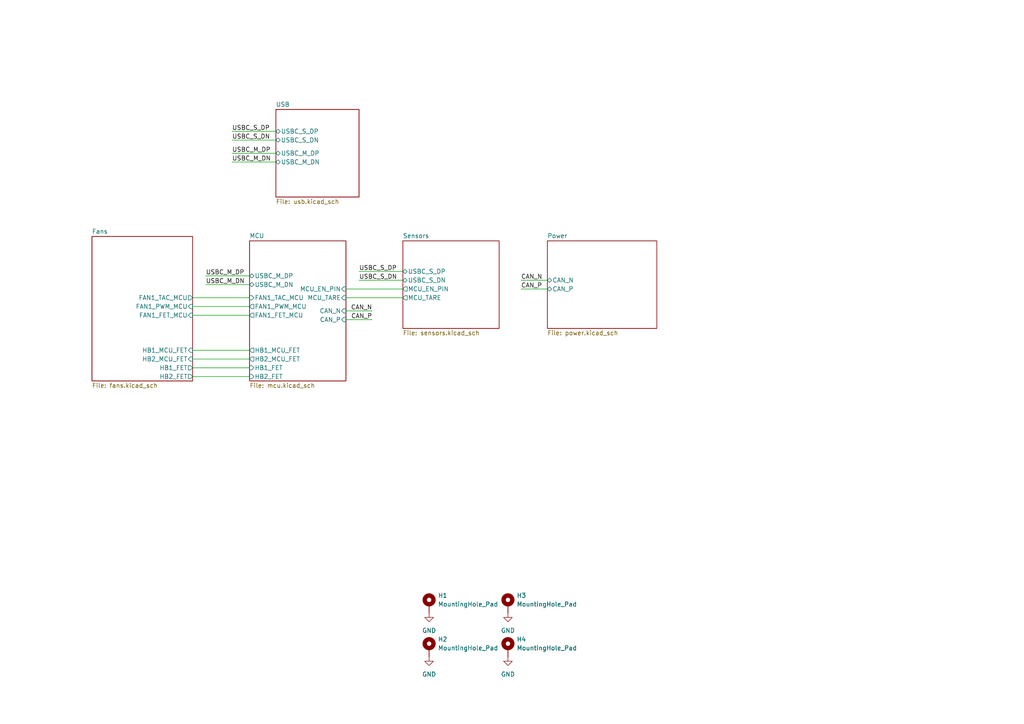
<source format=kicad_sch>
(kicad_sch (version 20231120) (generator "eeschema") (generator_version "8.0")
  (paper "A4")
  (lib_symbols
    (symbol "Mechanical:MountingHole_Pad" (pin_numbers hide) (pin_names (offset 1.016) hide)
      (property "Reference" "H" (at 0 6.35 0))
      (property "Value" "MountingHole_Pad" (at 0 4.445 0))
      (symbol "MountingHole_Pad_0_1"
        (circle (center 0 1.27) (radius 1.27) (stroke (width 1.27)))
      )
      (symbol "MountingHole_Pad_1_1"
        (pin input line (at 0 -2.54 90) (length 2.54) (name "1") (number "1"))
      )
    )
    (symbol "power:GND" (power) (pin_names (offset 0))
      (property "Value" "GND" (at 0 -3.81 0))
      (symbol "GND_0_1"
        (polyline (pts (xy 0 0) (xy 0 -1.27) (xy 1.27 -1.27) (xy 0 -2.54) (xy -1.27 -1.27) (xy 0 -1.27)))
      )
      (symbol "GND_1_1"
        (pin power_in line (at 0 0 270) (length 0) hide (name "GND") (number "1"))
      )
    )
  )
  (wire (pts (xy 100.33 86.36) (xy 116.84 86.36)))
  (wire (pts (xy 100.33 83.82) (xy 116.84 83.82)))
  (wire (pts (xy 55.88 104.14) (xy 72.39 104.14)))
  (wire (pts (xy 67.31 40.64) (xy 80.01 40.64)))
  (wire (pts (xy 100.33 92.71) (xy 107.95 92.71)))
  (wire (pts (xy 67.31 38.1) (xy 80.01 38.1)))
  (wire (pts (xy 55.88 86.36) (xy 72.39 86.36)))
  (wire (pts (xy 55.88 101.6) (xy 72.39 101.6)))
  (wire (pts (xy 104.14 78.74) (xy 116.84 78.74)))
  (wire (pts (xy 67.31 44.45) (xy 80.01 44.45)))
  (wire (pts (xy 104.14 81.28) (xy 116.84 81.28)))
  (wire (pts (xy 151.13 81.28) (xy 158.75 81.28)))
  (wire (pts (xy 107.95 90.17) (xy 100.33 90.17)))
  (wire (pts (xy 151.13 83.82) (xy 158.75 83.82)))
  (wire (pts (xy 55.88 88.9) (xy 72.39 88.9)))
  (wire (pts (xy 55.88 106.68) (xy 72.39 106.68)))
  (wire (pts (xy 59.69 82.55) (xy 72.39 82.55)))
  (wire (pts (xy 55.88 91.44) (xy 72.39 91.44)))
  (wire (pts (xy 55.88 109.22) (xy 72.39 109.22)))
  (wire (pts (xy 59.69 80.01) (xy 72.39 80.01)))
  (wire (pts (xy 67.31 46.99) (xy 80.01 46.99)))
  (label "CAN_P" (at 107.95 92.71 180))
  (label "CAN_N" (at 151.13 81.28 0))
  (label "USBC_M_DP" (at 67.31 44.45 0))
  (label "USBC_S_DP" (at 104.14 78.74 0))
  (label "USBC_M_DN" (at 67.31 46.99 0))
  (label "CAN_N" (at 107.95 90.17 180))
  (label "USBC_S_DN" (at 67.31 40.64 0))
  (label "USBC_M_DP" (at 59.69 80.01 0))
  (label "USBC_S_DN" (at 104.14 81.28 0))
  (label "CAN_P" (at 151.13 83.82 0))
  (label "USBC_M_DN" (at 59.69 82.55 0))
  (label "USBC_S_DP" (at 67.31 38.1 0))
  (symbol (lib_id "power:GND") (at 124.46 177.8 0) (unit 1)
    (property "Reference" "#PWR01" (effects (hide yes)))
    (property "Value" "GND" (at 124.46 182.88 0))
  )
  (symbol (lib_id "power:GND") (at 124.46 190.5 0) (unit 1)
    (property "Reference" "#PWR02" (effects (hide yes)))
    (property "Value" "GND" (at 124.46 195.58 0))
  )
  (symbol (lib_id "Mechanical:MountingHole_Pad") (at 147.32 175.26 0) (unit 1) (in_bom no)
    (property "Reference" "H3" (at 149.86 172.72 0) (effects (justify left)))
    (property "Value" "MountingHole_Pad" (at 149.86 175.26 0) (effects (justify left)))
    (property "Footprint" "MountingHole:MountingHole_3.5mm_Pad" (effects (hide yes)))
  )
  (symbol (lib_id "power:GND") (at 147.32 177.8 0) (unit 1)
    (property "Reference" "#PWR03" (effects (hide yes)))
    (property "Value" "GND" (at 147.32 182.88 0))
  )
  (symbol (lib_id "Mechanical:MountingHole_Pad") (at 147.32 187.96 0) (unit 1) (in_bom no)
    (property "Reference" "H4" (at 149.86 185.42 0) (effects (justify left)))
    (property "Value" "MountingHole_Pad" (at 149.86 187.96 0) (effects (justify left)))
    (property "Footprint" "MountingHole:MountingHole_3.5mm_Pad" (effects (hide yes)))
  )
  (symbol (lib_id "power:GND") (at 147.32 190.5 0) (unit 1)
    (property "Reference" "#PWR04" (effects (hide yes)))
    (property "Value" "GND" (at 147.32 195.58 0))
  )
  (symbol (lib_id "Mechanical:MountingHole_Pad") (at 124.46 187.96 0) (unit 1) (in_bom no)
    (property "Reference" "H2" (at 127 185.42 0) (effects (justify left)))
    (property "Value" "MountingHole_Pad" (at 127 187.96 0) (effects (justify left)))
    (property "Footprint" "MountingHole:MountingHole_3.5mm_Pad" (effects (hide yes)))
  )
  (symbol (lib_id "Mechanical:MountingHole_Pad") (at 124.46 175.26 0) (unit 1) (in_bom no)
    (property "Reference" "H1" (at 127 172.72 0) (effects (justify left)))
    (property "Value" "MountingHole_Pad" (at 127 175.26 0) (effects (justify left)))
    (property "Footprint" "MountingHole:MountingHole_3.5mm_Pad" (effects (hide yes)))
  )
  (sheet (at 80.01 31.75) (size 24.13 25.4) (stroke (width 0.1524))
    (property "Sheetname" "USB" (at 80.01 31.0384 0) (effects (justify left bottom)))
    (property "Sheetfile" "usb.kicad_sch" (at 80.01 57.7346 0) (effects (justify left top)))
    (pin "USBC_S_DP" bidirectional (at 80.01 38.1 180))
    (pin "USBC_S_DN" bidirectional (at 80.01 40.64 180))
    (pin "USBC_M_DP" bidirectional (at 80.01 44.45 180))
    (pin "USBC_M_DN" bidirectional (at 80.01 46.99 180))
  )
  (sheet (at 116.84 69.85) (size 27.94 25.4) (stroke (width 0.1524))
    (property "Sheetname" "Sensors" (at 116.84 69.1384 0) (effects (justify left bottom)))
    (property "Sheetfile" "sensors.kicad_sch" (at 116.84 95.8346 0) (effects (justify left top)))
    (pin "USBC_S_DN" bidirectional (at 116.84 81.28 180))
    (pin "USBC_S_DP" bidirectional (at 116.84 78.74 180))
    (pin "MCU_TARE" output (at 116.84 86.36 180))
    (pin "MCU_EN_PIN" output (at 116.84 83.82 180))
  )
  (sheet (at 26.67 68.58) (size 29.21 41.91) (stroke (width 0.1524))
    (property "Sheetname" "Fans" (at 26.67 67.8684 0) (effects (justify left bottom)))
    (property "Sheetfile" "fans.kicad_sch" (at 26.67 111.0746 0) (effects (justify left top)))
    (pin "FAN1_PWM_MCU" input (at 55.88 88.9 0))
    (pin "FAN1_FET_MCU" input (at 55.88 91.44 0))
    (pin "FAN1_TAC_MCU" output (at 55.88 86.36 0))
    (pin "HB1_FET" output (at 55.88 106.68 0))
    (pin "HB2_FET" output (at 55.88 109.22 0))
    (pin "HB2_MCU_FET" input (at 55.88 104.14 0))
    (pin "HB1_MCU_FET" input (at 55.88 101.6 0))
  )
  (sheet (at 158.75 69.85) (size 31.75 25.4) (stroke (width 0.1524))
    (property "Sheetname" "Power" (at 158.75 69.1384 0) (effects (justify left bottom)))
    (property "Sheetfile" "power.kicad_sch" (at 158.75 95.8346 0) (effects (justify left top)))
    (pin "CAN_N" bidirectional (at 158.75 81.28 180))
    (pin "CAN_P" bidirectional (at 158.75 83.82 180))
  )
  (sheet (at 72.39 69.85) (size 27.94 40.64) (stroke (width 0.1524))
    (property "Sheetname" "MCU" (at 72.39 69.1384 0) (effects (justify left bottom)))
    (property "Sheetfile" "mcu.kicad_sch" (at 72.39 111.0746 0) (effects (justify left top)))
    (pin "USBC_M_DP" bidirectional (at 72.39 80.01 180))
    (pin "USBC_M_DN" bidirectional (at 72.39 82.55 180))
    (pin "MCU_EN_PIN" input (at 100.33 83.82 0))
    (pin "HB2_MCU_FET" output (at 72.39 104.14 180))
    (pin "MCU_TARE" input (at 100.33 86.36 0))
    (pin "HB1_MCU_FET" output (at 72.39 101.6 180))
    (pin "FAN1_TAC_MCU" input (at 72.39 86.36 180))
    (pin "FAN1_FET_MCU" output (at 72.39 91.44 180))
    (pin "FAN1_PWM_MCU" output (at 72.39 88.9 180))
    (pin "HB2_FET" input (at 72.39 109.22 180))
    (pin "HB1_FET" input (at 72.39 106.68 180))
    (pin "CAN_P" input (at 100.33 92.71 0))
    (pin "CAN_N" input (at 100.33 90.17 0))
  )
)
</source>
